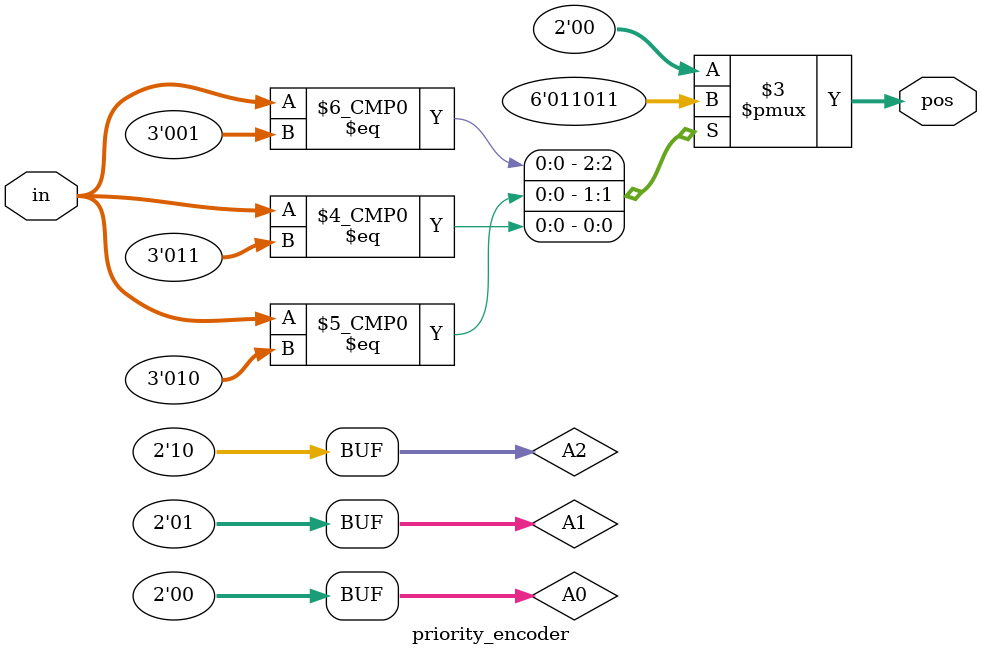
<source format=v>
module priority_encoder( 
input [2:0] in,
output reg [1:0] pos ); 
// When sel=1, assign b to out
reg [1:0] A2, A1, A0;
assign A0 = 2'd0;
assign A1 = 2'd1;
assign A2 = 2'd2;
always @ ( in ) begin
casex ( in ) 
3'b000: pos = 2'b00; 
3'b001: pos = 2'b01; 
3'b010: pos = 2'b10;
3'b011: pos = 2'b11; 
default: pos = 2'b00;
endcase
end
endmodule

</source>
